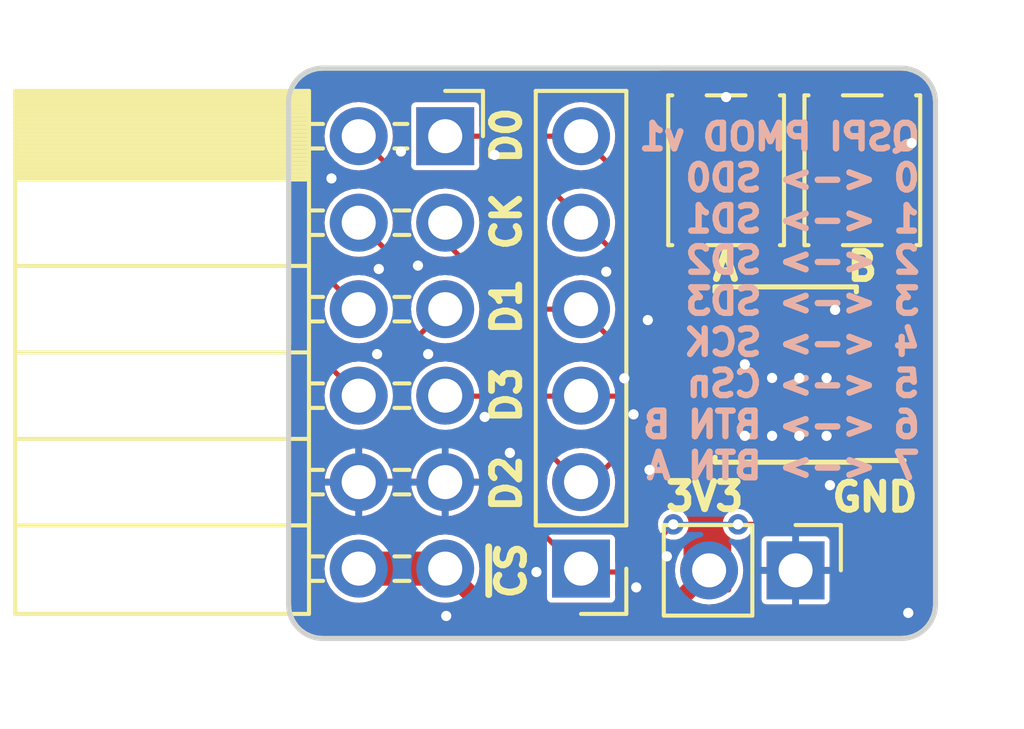
<source format=kicad_pcb>
(kicad_pcb (version 20221018) (generator pcbnew)
  (layers (0 "F.Cu" signal) (31 "B.Cu" signal) (34 "B.Paste" user) (35 "F.Paste" user) (36 "B.SilkS" user "B.Silkscreen") (37 "F.SilkS" user "F.Silkscreen") (38 "B.Mask" user) (39 "F.Mask" user) (44 "Edge.Cuts" user))
  (net 0 "")
  (net 1 "+3V3")
  (net 2 "GND")
  (net 3 "/SD0")
  (net 4 "/SCK")
  (net 5 "/SD1")
  (net 6 "/~{CS}")
  (net 7 "/SD2")
  (net 8 "/BUTTON_B")
  (net 9 "/SD3")
  (net 10 "/BUTTON_A")
  (footprint "Connector_PinSocket_2.54mm:PinSocket_2x06_P2.54mm_Horizontal" (layer "F.Cu") (at 115 92)
    (fp_text reference "J1" hide)
    (fp_text value "2.54mm_2x06")
    (fp_line (start -12.63 -1.33) (end -12.63 14.03) (stroke (width 0.12)) (layer "F.SilkS"))
    (fp_line (start -12.63 -1.33) (end -4 -1.33) (stroke (width 0.12)) (layer "F.SilkS"))
    (fp_line (start -12.63 -1.21) (end -4 -1.21) (stroke (width 0.12)) (layer "F.SilkS"))
    (fp_line (start -12.63 -1.091905) (end -4 -1.091905) (stroke (width 0.12)) (layer "F.SilkS"))
    (fp_line (start -12.63 -0.97381) (end -4 -0.97381) (stroke (width 0.12)) (layer "F.SilkS"))
    (fp_line (start -12.63 -0.855715) (end -4 -0.855715) (stroke (width 0.12)) (layer "F.SilkS"))
    (fp_line (start -12.63 -0.73762) (end -4 -0.73762) (stroke (width 0.12)) (layer "F.SilkS"))
    (fp_line (start -12.63 -0.619525) (end -4 -0.619525) (stroke (width 0.12)) (layer "F.SilkS"))
    (fp_line (start -12.63 -0.50143) (end -4 -0.50143) (stroke (width 0.12)) (layer "F.SilkS"))
    (fp_line (start -12.63 -0.383335) (end -4 -0.383335) (stroke (width 0.12)) (layer "F.SilkS"))
    (fp_line (start -12.63 -0.26524) (end -4 -0.26524) (stroke (width 0.12)) (layer "F.SilkS"))
    (fp_line (start -12.63 -0.147145) (end -4 -0.147145) (stroke (width 0.12)) (layer "F.SilkS"))
    (fp_line (start -12.63 -0.02905) (end -4 -0.02905) (stroke (width 0.12)) (layer "F.SilkS"))
    (fp_line (start -12.63 0.089045) (end -4 0.089045) (stroke (width 0.12)) (layer "F.SilkS"))
    (fp_line (start -12.63 0.20714) (end -4 0.20714) (stroke (width 0.12)) (layer "F.SilkS"))
    (fp_line (start -12.63 0.325235) (end -4 0.325235) (stroke (width 0.12)) (layer "F.SilkS"))
    (fp_line (start -12.63 0.44333) (end -4 0.44333) (stroke (width 0.12)) (layer "F.SilkS"))
    (fp_line (start -12.63 0.561425) (end -4 0.561425) (stroke (width 0.12)) (layer "F.SilkS"))
    (fp_line (start -12.63 0.67952) (end -4 0.67952) (stroke (width 0.12)) (layer "F.SilkS"))
    (fp_line (start -12.63 0.797615) (end -4 0.797615) (stroke (width 0.12)) (layer "F.SilkS"))
    (fp_line (start -12.63 0.91571) (end -4 0.91571) (stroke (width 0.12)) (layer "F.SilkS"))
    (fp_line (start -12.63 1.033805) (end -4 1.033805) (stroke (width 0.12)) (layer "F.SilkS"))
    (fp_line (start -12.63 1.1519) (end -4 1.1519) (stroke (width 0.12)) (layer "F.SilkS"))
    (fp_line (start -12.63 1.27) (end -4 1.27) (stroke (width 0.12)) (layer "F.SilkS"))
    (fp_line (start -12.63 3.81) (end -4 3.81) (stroke (width 0.12)) (layer "F.SilkS"))
    (fp_line (start -12.63 6.35) (end -4 6.35) (stroke (width 0.12)) (layer "F.SilkS"))
    (fp_line (start -12.63 8.89) (end -4 8.89) (stroke (width 0.12)) (layer "F.SilkS"))
    (fp_line (start -12.63 11.43) (end -4 11.43) (stroke (width 0.12)) (layer "F.SilkS"))
    (fp_line (start -12.63 14.03) (end -4 14.03) (stroke (width 0.12)) (layer "F.SilkS"))
    (fp_line (start -4 -1.33) (end -4 14.03) (stroke (width 0.12)) (layer "F.SilkS"))
    (fp_line (start -4 -0.36) (end -3.59 -0.36) (stroke (width 0.12)) (layer "F.SilkS"))
    (fp_line (start -4 0.36) (end -3.59 0.36) (stroke (width 0.12)) (layer "F.SilkS"))
    (fp_line (start -4 2.18) (end -3.59 2.18) (stroke (width 0.12)) (layer "F.SilkS"))
    (fp_line (start -4 2.9) (end -3.59 2.9) (stroke (width 0.12)) (layer "F.SilkS"))
    (fp_line (start -4 4.72) (end -3.59 4.72) (stroke (width 0.12)) (layer "F.SilkS"))
    (fp_line (start -4 5.44) (end -3.59 5.44) (stroke (width 0.12)) (layer "F.SilkS"))
    (fp_line (start -4 7.26) (end -3.59 7.26) (stroke (width 0.12)) (layer "F.SilkS"))
    (fp_line (start -4 7.98) (end -3.59 7.98) (stroke (width 0.12)) (layer "F.SilkS"))
    (fp_line (start -4 9.8) (end -3.59 9.8) (stroke (width 0.12)) (layer "F.SilkS"))
    (fp_line (start -4 10.52) (end -3.59 10.52) (stroke (width 0.12)) (layer "F.SilkS"))
    (fp_line (start -4 12.34) (end -3.59 12.34) (stroke (width 0.12)) (layer "F.SilkS"))
    (fp_line (start -4 13.06) (end -3.59 13.06) (stroke (width 0.12)) (layer "F.SilkS"))
    (fp_line (start -1.49 -0.36) (end -1.11 -0.36) (stroke (width 0.12)) (layer "F.SilkS"))
    (fp_line (start -1.49 0.36) (end -1.11 0.36) (stroke (width 0.12)) (layer "F.SilkS"))
    (fp_line (start -1.49 2.18) (end -1.05 2.18) (stroke (width 0.12)) (layer "F.SilkS"))
    (fp_line (start -1.49 2.9) (end -1.05 2.9) (stroke (width 0.12)) (layer "F.SilkS"))
    (fp_line (start -1.49 4.72) (end -1.05 4.72) (stroke (width 0.12)) (layer "F.SilkS"))
    (fp_line (start -1.49 5.44) (end -1.05 5.44) (stroke (width 0.12)) (layer "F.SilkS"))
    (fp_line (start -1.49 7.26) (end -1.05 7.26) (stroke (width 0.12)) (layer "F.SilkS"))
    (fp_line (start -1.49 7.98) (end -1.05 7.98) (stroke (width 0.12)) (layer "F.SilkS"))
    (fp_line (start -1.49 9.8) (end -1.05 9.8) (stroke (width 0.12)) (layer "F.SilkS"))
    (fp_line (start -1.49 10.52) (end -1.05 10.52) (stroke (width 0.12)) (layer "F.SilkS"))
    (fp_line (start -1.49 12.34) (end -1.05 12.34) (stroke (width 0.12)) (layer "F.SilkS"))
    (fp_line (start -1.49 13.06) (end -1.05 13.06) (stroke (width 0.12)) (layer "F.SilkS"))
    (fp_line (start 0 -1.33) (end 1.11 -1.33) (stroke (width 0.12)) (layer "F.SilkS"))
    (fp_line (start 1.11 -1.33) (end 1.11 0) (stroke (width 0.12)) (layer "F.SilkS"))
    (pad "1" thru_hole rect (at 0 0) (size 1.7 1.7) (drill 1) (layers "*.Cu" "*.Mask") (net 3 "/SD0"))
    (pad "2" thru_hole oval (at -2.54 0) (size 1.7 1.7) (drill 1) (layers "*.Cu" "*.Mask") (net 4 "/SCK"))
    (pad "3" thru_hole oval (at 0 2.54) (size 1.7 1.7) (drill 1) (layers "*.Cu" "*.Mask") (net 5 "/SD1"))
    (pad "4" thru_hole oval (at -2.54 2.54) (size 1.7 1.7) (drill 1) (layers "*.Cu" "*.Mask") (net 6 "/~{CS}"))
    (pad "5" thru_hole oval (at 0 5.08) (size 1.7 1.7) (drill 1) (layers "*.Cu" "*.Mask") (net 7 "/SD2"))
    (pad "6" thru_hole oval (at -2.54 5.08) (size 1.7 1.7) (drill 1) (layers "*.Cu" "*.Mask") (net 8 "/BUTTON_B"))
    (pad "7" thru_hole oval (at 0 7.62) (size 1.7 1.7) (drill 1) (layers "*.Cu" "*.Mask") (net 9 "/SD3"))
    (pad "8" thru_hole oval (at -2.54 7.62) (size 1.7 1.7) (drill 1) (layers "*.Cu" "*.Mask") (net 10 "/BUTTON_A"))
    (pad "9" thru_hole oval (at 0 10.16) (size 1.7 1.7) (drill 1) (layers "*.Cu" "*.Mask") (net 2 "GND"))
    (pad "10" thru_hole oval (at -2.54 10.16) (size 1.7 1.7) (drill 1) (layers "*.Cu" "*.Mask") (net 2 "GND"))
    (pad "11" thru_hole oval (at 0 12.7) (size 1.7 1.7) (drill 1) (layers "*.Cu" "*.Mask") (net 1 "+3V3"))
    (pad "12" thru_hole oval (at -2.54 12.7) (size 1.7 1.7) (drill 1) (layers "*.Cu" "*.Mask") (net 1 "+3V3"))
  )
  (footprint "Connector_PinHeader_2.54mm:PinHeader_1x02_P2.54mm_Vertical" (layer "F.Cu") (at 125.29 104.75 -90)
    (fp_text reference "J3" hide)
    (fp_text value "Conn_01x02")
    (fp_line (start -1.33 -1.33) (end 0 -1.33) (stroke (width 0.12)) (layer "F.SilkS"))
    (fp_line (start -1.33 0) (end -1.33 -1.33) (stroke (width 0.12)) (layer "F.SilkS"))
    (fp_line (start -1.33 1.27) (end -1.33 3.87) (stroke (width 0.12)) (layer "F.SilkS"))
    (fp_line (start -1.33 1.27) (end 1.33 1.27) (stroke (width 0.12)) (layer "F.SilkS"))
    (fp_line (start -1.33 3.87) (end 1.33 3.87) (stroke (width 0.12)) (layer "F.SilkS"))
    (fp_line (start 1.33 1.27) (end 1.33 3.87) (stroke (width 0.12)) (layer "F.SilkS"))
    (pad "1" thru_hole rect (at 0 0 270) (size 1.7 1.7) (drill 1) (layers "*.Cu" "*.Mask") (net 2 "GND"))
    (pad "2" thru_hole oval (at 0 2.54 270) (size 1.7 1.7) (drill 1) (layers "*.Cu" "*.Mask") (net 1 "+3V3"))
  )
  (footprint "picodvi:SW_SPST_PTS815" (layer "F.Cu") (at 123.25 93 90)
    (fp_text reference "SW1" hide)
    (fp_text value "SW_Push")
    (fp_line (start -2.2 -1.7) (end -2.2 -1.58) (stroke (width 0.12)) (layer "F.SilkS"))
    (fp_line (start -2.2 -0.57) (end -2.2 0.57) (stroke (width 0.12)) (layer "F.SilkS"))
    (fp_line (start -2.2 1.58) (end -2.2 1.7) (stroke (width 0.12)) (layer "F.SilkS"))
    (fp_line (start -2.2 1.7) (end 2.2 1.7) (stroke (width 0.12)) (layer "F.SilkS"))
    (fp_line (start 2.2 -1.7) (end -2.2 -1.7) (stroke (width 0.12)) (layer "F.SilkS"))
    (fp_line (start 2.2 -1.58) (end 2.2 -1.7) (stroke (width 0.12)) (layer "F.SilkS"))
    (fp_line (start 2.2 0.57) (end 2.2 -0.57) (stroke (width 0.12)) (layer "F.SilkS"))
    (fp_line (start 2.2 1.7) (end 2.2 1.58) (stroke (width 0.12)) (layer "F.SilkS"))
    (pad "" smd rect (at -2.075 -1.075 90) (size 1.05 0.65) (layers "F.Cu" "F.Paste" "F.Mask"))
    (pad "1" smd rect (at 2.075 -1.075 90) (size 1.05 0.65) (layers "F.Cu" "F.Paste" "F.Mask") (net 10 "/BUTTON_A"))
    (pad "2" smd rect (at -2.075 1.075 90) (size 1.05 0.65) (layers "F.Cu" "F.Paste" "F.Mask") (net 2 "GND"))
    (pad "2" smd rect (at 2.075 1.075 90) (size 1.05 0.65) (layers "F.Cu" "F.Paste" "F.Mask") (net 2 "GND"))
  )
  (footprint "picodvi:SW_SPST_PTS815" (layer "F.Cu") (at 127.25 93 90)
    (fp_text reference "SW2" hide)
    (fp_text value "SW_Push")
    (fp_line (start -2.2 -1.7) (end -2.2 -1.58) (stroke (width 0.12)) (layer "F.SilkS"))
    (fp_line (start -2.2 -0.57) (end -2.2 0.57) (stroke (width 0.12)) (layer "F.SilkS"))
    (fp_line (start -2.2 1.58) (end -2.2 1.7) (stroke (width 0.12)) (layer "F.SilkS"))
    (fp_line (start -2.2 1.7) (end 2.2 1.7) (stroke (width 0.12)) (layer "F.SilkS"))
    (fp_line (start 2.2 -1.7) (end -2.2 -1.7) (stroke (width 0.12)) (layer "F.SilkS"))
    (fp_line (start 2.2 -1.58) (end 2.2 -1.7) (stroke (width 0.12)) (layer "F.SilkS"))
    (fp_line (start 2.2 0.57) (end 2.2 -0.57) (stroke (width 0.12)) (layer "F.SilkS"))
    (fp_line (start 2.2 1.7) (end 2.2 1.58) (stroke (width 0.12)) (layer "F.SilkS"))
    (pad "" smd rect (at -2.075 -1.075 90) (size 1.05 0.65) (layers "F.Cu" "F.Paste" "F.Mask"))
    (pad "1" smd rect (at 2.075 -1.075 90) (size 1.05 0.65) (layers "F.Cu" "F.Paste" "F.Mask") (net 8 "/BUTTON_B"))
    (pad "2" smd rect (at -2.075 1.075 90) (size 1.05 0.65) (layers "F.Cu" "F.Paste" "F.Mask") (net 2 "GND"))
    (pad "2" smd rect (at 2.075 1.075 90) (size 1.05 0.65) (layers "F.Cu" "F.Paste" "F.Mask") (net 2 "GND"))
  )
  (footprint "Package_SO:SOIC-8_3.9x4.9mm_P1.27mm" (layer "F.Cu") (at 125 99 180)
    (fp_text reference "U1" hide)
    (fp_text value "LY68L6400")
    (fp_line (start -2.075 -2.575) (end -2.075 -2.525) (stroke (width 0.15)) (layer "F.SilkS"))
    (fp_line (start -2.075 -2.575) (end 2.075 -2.575) (stroke (width 0.15)) (layer "F.SilkS"))
    (fp_line (start -2.075 -2.525) (end -3.475 -2.525) (stroke (width 0.15)) (layer "F.SilkS"))
    (fp_line (start -2.075 2.575) (end -2.075 2.43) (stroke (width 0.15)) (layer "F.SilkS"))
    (fp_line (start -2.075 2.575) (end 2.075 2.575) (stroke (width 0.15)) (layer "F.SilkS"))
    (fp_line (start 2.075 -2.575) (end 2.075 -2.43) (stroke (width 0.15)) (layer "F.SilkS"))
    (fp_line (start 2.075 2.575) (end 2.075 2.43) (stroke (width 0.15)) (layer "F.SilkS"))
    (pad "1" smd rect (at -2.7 -1.905 180) (size 1.55 0.6) (layers "F.Cu" "F.Paste" "F.Mask") (net 6 "/~{CS}"))
    (pad "2" smd rect (at -2.7 -0.635 180) (size 1.55 0.6) (layers "F.Cu" "F.Paste" "F.Mask") (net 5 "/SD1"))
    (pad "3" smd rect (at -2.7 0.635 180) (size 1.55 0.6) (layers "F.Cu" "F.Paste" "F.Mask") (net 7 "/SD2"))
    (pad "4" smd rect (at -2.7 1.905 180) (size 1.55 0.6) (layers "F.Cu" "F.Paste" "F.Mask") (net 2 "GND"))
    (pad "5" smd rect (at 2.7 1.905 180) (size 1.55 0.6) (layers "F.Cu" "F.Paste" "F.Mask") (net 3 "/SD0"))
    (pad "6" smd rect (at 2.7 0.635 180) (size 1.55 0.6) (layers "F.Cu" "F.Paste" "F.Mask") (net 4 "/SCK"))
    (pad "7" smd rect (at 2.7 -0.635 180) (size 1.55 0.6) (layers "F.Cu" "F.Paste" "F.Mask") (net 9 "/SD3"))
    (pad "8" smd rect (at 2.7 -1.905 180) (size 1.55 0.6) (layers "F.Cu" "F.Paste" "F.Mask") (net 1 "+3V3"))
  )
  (footprint "Capacitor_SMD:C_0402_1005Metric" (layer "F.Cu") (at 125 102.25)
    (fp_text reference "C1" hide)
    (fp_text value "100n")
    (pad "1" smd roundrect (at -0.485 0) (size 0.59 0.64) (layers "F.Cu" "F.Paste" "F.Mask") (net 1 "+3V3"))
    (pad "2" smd roundrect (at 0.485 0) (size 0.59 0.64) (layers "F.Cu" "F.Paste" "F.Mask") (net 2 "GND"))
  )
  (footprint "Connector_PinHeader_2.54mm:PinHeader_1x06_P2.54mm_Vertical" (layer "F.Cu") (at 118.99 104.7 180)
    (fp_text reference "J2" hide)
    (fp_text value "Conn_01x06")
    (fp_line (start -1.33 -1.33) (end 0 -1.33) (stroke (width 0.12)) (layer "F.SilkS"))
    (fp_line (start -1.33 0) (end -1.33 -1.33) (stroke (width 0.12)) (layer "F.SilkS"))
    (fp_line (start -1.33 1.27) (end -1.33 14.03) (stroke (width 0.12)) (layer "F.SilkS"))
    (fp_line (start -1.33 1.27) (end 1.33 1.27) (stroke (width 0.12)) (layer "F.SilkS"))
    (fp_line (start -1.33 14.03) (end 1.33 14.03) (stroke (width 0.12)) (layer "F.SilkS"))
    (fp_line (start 1.33 1.27) (end 1.33 14.03) (stroke (width 0.12)) (layer "F.SilkS"))
    (pad "1" thru_hole rect (at 0 0 180) (size 1.7 1.7) (drill 1) (layers "*.Cu" "*.Mask") (net 6 "/~{CS}"))
    (pad "2" thru_hole oval (at 0 2.54 180) (size 1.7 1.7) (drill 1) (layers "*.Cu" "*.Mask") (net 7 "/SD2"))
    (pad "3" thru_hole oval (at 0 5.08 180) (size 1.7 1.7) (drill 1) (layers "*.Cu" "*.Mask") (net 9 "/SD3"))
    (pad "4" thru_hole oval (at 0 7.62 180) (size 1.7 1.7) (drill 1) (layers "*.Cu" "*.Mask") (net 5 "/SD1"))
    (pad "5" thru_hole oval (at 0 10.16 180) (size 1.7 1.7) (drill 1) (layers "*.Cu" "*.Mask") (net 4 "/SCK"))
    (pad "6" thru_hole oval (at 0 12.7 180) (size 1.7 1.7) (drill 1) (layers "*.Cu" "*.Mask") (net 3 "/SD0"))
  )
  (gr_arc (start 128.4 90) (mid 129.107107 90.292893) (end 129.4 91) (stroke (width 0.15)) (layer "Edge.Cuts"))
  (gr_line (start 129.4 91) (end 129.4 105.75) (stroke (width 0.15)) (layer "Edge.Cuts"))
  (gr_arc (start 129.4 105.75) (mid 129.107107 106.457107) (end 128.4 106.75) (stroke (width 0.15)) (layer "Edge.Cuts"))
  (gr_line (start 111.4 90) (end 128.4 90) (stroke (width 0.15)) (layer "Edge.Cuts"))
  (gr_line (start 128.4 106.75) (end 111.4 106.75) (stroke (width 0.15)) (layer "Edge.Cuts"))
  (gr_line (start 110.4 105.75) (end 110.4 91) (stroke (width 0.15)) (layer "Edge.Cuts"))
  (gr_arc (start 111.4 106.75) (mid 110.692893 106.457107) (end 110.4 105.75) (stroke (width 0.15)) (layer "Edge.Cuts"))
  (gr_arc (start 110.4 91) (mid 110.692893 90.292893) (end 111.4 90) (stroke (width 0.15)) (layer "Edge.Cuts"))
  (gr_text "QSPI PMOD v1\n0 <-> SD0\n1 <-> SD1\n2 <-> SD2\n3 <-> SD3\n4 <-> SCK\n5 <-> CSn\n6 <-> BTN B\n7 <-> BTN A" (at 129.03 96.85) (layer "B.SilkS") (effects (font (size 0.75 0.75) (thickness 0.1875)) (justify left mirror)))
  (gr_text "D2\n" (at 116.8 102.2 90) (layer "F.SilkS") (effects (font (size 0.8 0.8) (thickness 0.2))))
  (gr_text "D3" (at 116.8 99.6 90) (layer "F.SilkS") (effects (font (size 0.8 0.8) (thickness 0.2))))
  (gr_text "D1\n" (at 116.8 97 90) (layer "F.SilkS") (effects (font (size 0.8 0.8) (thickness 0.2))))
  (gr_text "CK" (at 116.8 94.5 90) (layer "F.SilkS") (effects (font (size 0.8 0.8) (thickness 0.2))))
  (gr_text "D0" (at 116.8 91.98 90) (layer "F.SilkS") (effects (font (size 0.8 0.8) (thickness 0.2))))
  (gr_text "3V3" (at 122.62 102.58) (layer "F.SilkS") (effects (font (size 0.8 0.8) (thickness 0.2))))
  (gr_text "GND\n" (at 127.62 102.6) (layer "F.SilkS") (effects (font (size 0.8 0.8) (thickness 0.2))))
  (gr_text "A\n" (at 123.23 95.82) (layer "F.SilkS") (effects (font (size 0.8 0.8) (thickness 0.2))))
  (gr_text "B" (at 127.25 95.82) (layer "F.SilkS") (effects (font (size 0.8 0.8) (thickness 0.2))))
  (gr_text "~{CS}" (at 116.94 104.76 90) (layer "F.SilkS") (effects (font (size 0.8 0.8) (thickness 0.2))))
  (segment (start 121.900001 105.599999) (end 122.75 104.75) (width 0.5) (layer "F.Cu") (net 1))
  (segment (start 112.46 104.7) (end 115 104.7) (width 1) (layer "F.Cu") (net 1))
  (segment (start 124.180832 101.915832) (end 124.515 102.25) (width 0.15) (layer "F.Cu") (net 1))
  (segment (start 122.3 100.905) (end 123.105 100.905) (width 0.15) (layer "F.Cu") (net 1))
  (segment (start 115 104.7) (end 116.25 105.95) (width 0.5) (layer "F.Cu") (net 1))
  (segment (start 116.25 105.95) (end 121.55 105.95) (width 0.5) (layer "F.Cu") (net 1))
  (segment (start 124.115832 101.915832) (end 124.180832 101.915832) (width 0.15) (layer "F.Cu") (net 1))
  (segment (start 121.55 105.95) (end 121.900001 105.599999) (width 0.5) (layer "F.Cu") (net 1))
  (segment (start 123.105 100.905) (end 124.115832 101.915832) (width 0.15) (layer "F.Cu") (net 1))
  (via (at 125.4 100.8) (size 0.6) (drill 0.3) (layers "F.Cu" "B.Cu") (net 2))
  (via (at 126.2 100.8) (size 0.6) (drill 0.3) (layers "F.Cu" "B.Cu") (net 2))
  (via (at 126.2 99.1) (size 0.6) (drill 0.3) (layers "F.Cu" "B.Cu") (net 2))
  (via (at 125.4 99.1) (size 0.6) (drill 0.3) (layers "F.Cu" "B.Cu") (net 2))
  (via (at 124.6 99.1) (size 0.6) (drill 0.3) (layers "F.Cu" "B.Cu") (net 2))
  (via (at 123.8 98.7) (size 0.6) (drill 0.3) (layers "F.Cu" "B.Cu") (net 2))
  (via (at 121 101.8) (size 0.6) (drill 0.3) (layers "F.Cu" "B.Cu") (net 2))
  (via (at 116.9 101.3) (size 0.6) (drill 0.3) (layers "F.Cu" "B.Cu") (net 2))
  (via (at 114.5 98.4) (size 0.6) (drill 0.3) (layers "F.Cu" "B.Cu") (net 2))
  (via (at 114.2 95.8) (size 0.6) (drill 0.3) (layers "F.Cu" "B.Cu") (net 2))
  (via (at 128.7 92.2) (size 0.6) (drill 0.3) (layers "F.Cu" "B.Cu") (net 2))
  (via (at 128.6 106) (size 0.6) (drill 0.3) (layers "F.Cu" "B.Cu") (net 2))
  (via (at 117.68 104.8) (size 0.6) (drill 0.3) (layers "F.Cu" "B.Cu") (net 2))
  (via (at 113 98.4) (size 0.6) (drill 0.3) (layers "F.Cu" "B.Cu") (net 2))
  (via (at 113.05 95.9) (size 0.6) (drill 0.3) (layers "F.Cu" "B.Cu") (net 2))
  (via (at 124.6 100.8) (size 0.6) (drill 0.3) (layers "F.Cu" "B.Cu") (net 2))
  (via (at 116.45 92.55) (size 0.6) (drill 0.3) (layers "F.Cu" "B.Cu") (net 2))
  (via (at 120.95 97.4) (size 0.6) (drill 0.3) (layers "F.Cu" "B.Cu") (net 2))
  (via (at 113.7 92.45) (size 0.6) (drill 0.3) (layers "F.Cu" "B.Cu") (net 2))
  (via (at 123.25 90.85) (size 0.6) (drill 0.3) (layers "F.Cu" "B.Cu") (net 2))
  (via (at 126.45 97.1) (size 0.6) (drill 0.3) (layers "F.Cu" "B.Cu") (net 2))
  (via (at 126.3 102.25) (size 0.6) (drill 0.3) (layers "F.Cu" "B.Cu") (net 2))
  (via (at 119.73 95.98) (size 0.6) (drill 0.3) (layers "F.Cu" "B.Cu") (net 2))
  (via (at 115.03 106.09) (size 0.6) (drill 0.3) (layers "F.Cu" "B.Cu") (net 2))
  (via (at 121.51 104.34) (size 0.6) (drill 0.3) (layers "F.Cu" "B.Cu") (net 2))
  (via (at 120.61 105.25) (size 0.6) (drill 0.3) (layers "F.Cu" "B.Cu") (net 2))
  (via (at 120.26 99.10999) (size 0.6) (drill 0.3) (layers "F.Cu" "B.Cu") (net 2))
  (via (at 123.8 100.8) (size 0.6) (drill 0.3) (layers "F.Cu" "B.Cu") (net 2))
  (via (at 120.53 100.17) (size 0.6) (drill 0.3) (layers "F.Cu" "B.Cu") (net 2))
  (via (at 111.66 93.24) (size 0.6) (drill 0.3) (layers "F.Cu" "B.Cu") (net 2))
  (via (at 116.16 100.244999) (size 0.6) (drill 0.3) (layers "F.Cu" "B.Cu") (net 2))
  (segment (start 121 96.5) (end 121.595 97.095) (width 0.15) (layer "F.Cu") (net 3))
  (segment (start 118.9 92) (end 119 92.1) (width 0.15) (layer "F.Cu") (net 3))
  (segment (start 119 92.1) (end 119.09 92.1) (width 0.15) (layer "F.Cu") (net 3))
  (segment (start 121 94.01) (end 121 96.5) (width 0.15) (layer "F.Cu") (net 3))
  (segment (start 119.09 92.1) (end 121 94.01) (width 0.15) (layer "F.Cu") (net 3))
  (segment (start 115 92) (end 118.9 92) (width 0.15) (layer "F.Cu") (net 3))
  (segment (start 121.595 97.095) (end 122.3 97.095) (width 0.15) (layer "F.Cu") (net 3))
  (segment (start 117.625001 93.075001) (end 120.3 95.75) (width 0.15) (layer "F.Cu") (net 4))
  (segment (start 120.3 95.75) (end 120.3 97.515722) (width 0.15) (layer "F.Cu") (net 4))
  (segment (start 113.535001 93.075001) (end 117.625001 93.075001) (width 0.15) (layer "F.Cu") (net 4))
  (segment (start 121.149278 98.365) (end 121.375 98.365) (width 0.15) (layer "F.Cu") (net 4))
  (segment (start 121.375 98.365) (end 122.3 98.365) (width 0.15) (layer "F.Cu") (net 4))
  (segment (start 120.3 97.515722) (end 121.149278 98.365) (width 0.15) (layer "F.Cu") (net 4))
  (segment (start 112.46 92) (end 113.535001 93.075001) (width 0.15) (layer "F.Cu") (net 4))
  (segment (start 117.02 97.08) (end 118.9 97.08) (width 0.15) (layer "F.Cu") (net 5))
  (segment (start 120.91 99) (end 123.3 99) (width 0.15) (layer "F.Cu") (net 5))
  (segment (start 115 95.1) (end 117 97.1) (width 0.15) (layer "F.Cu") (net 5))
  (segment (start 123.3 99) (end 123.935 99.635) (width 0.15) (layer "F.Cu") (net 5))
  (segment (start 123.935 99.635) (end 127.7 99.635) (width 0.15) (layer "F.Cu") (net 5))
  (segment (start 115 94.54) (end 115 95.1) (width 0.15) (layer "F.Cu") (net 5))
  (segment (start 119.09 97.18) (end 120.91 99) (width 0.15) (layer "F.Cu") (net 5))
  (segment (start 119 97.18) (end 119.09 97.18) (width 0.15) (layer "F.Cu") (net 5))
  (segment (start 118.9 97.08) (end 119 97.18) (width 0.15) (layer "F.Cu") (net 5))
  (segment (start 117 97.1) (end 117.02 97.08) (width 0.15) (layer "F.Cu") (net 5))
  (segment (start 117 102.8) (end 119 104.8) (width 0.15) (layer "F.Cu") (net 6))
  (segment (start 127.7 102.1) (end 127.7 100.905) (width 0.15) (layer "F.Cu") (net 6))
  (segment (start 114.434739 101.07002) (end 115.87002 101.07002) (width 0.15) (layer "F.Cu") (net 6))
  (segment (start 117 102.2) (end 117 102.8) (width 0.15) (layer "F.Cu") (net 6))
  (segment (start 126.4 103.4) (end 127.7 102.1) (width 0.15) (layer "F.Cu") (net 6))
  (segment (start 120.3 104.8) (end 121.400001 103.699999) (width 0.15) (layer "F.Cu") (net 6))
  (segment (start 112.46 94.54) (end 113.624988 95.704988) (width 0.15) (layer "F.Cu") (net 6))
  (segment (start 119 104.8) (end 120.3 104.8) (width 0.15) (layer "F.Cu") (net 6))
  (segment (start 115.87002 101.07002) (end 117 102.2) (width 0.15) (layer "F.Cu") (net 6))
  (segment (start 121.400001 103.699999) (end 121.7 103.4) (width 0.15) (layer "F.Cu") (net 6))
  (segment (start 113.624988 100.260269) (end 114.434739 101.07002) (width 0.15) (layer "F.Cu") (net 6))
  (segment (start 123.6 103.4) (end 126.4 103.4) (width 0.15) (layer "F.Cu") (net 6))
  (segment (start 113.624988 95.704988) (end 113.624988 100.260269) (width 0.15) (layer "F.Cu") (net 6))
  (via (at 121.7 103.4) (size 0.6) (drill 0.3) (layers "F.Cu" "B.Cu") (net 6))
  (via (at 123.6 103.4) (size 0.6) (drill 0.3) (layers "F.Cu" "B.Cu") (net 6))
  (segment (start 123.6 103.4) (end 121.7 103.4) (width 0.15) (layer "B.Cu") (net 6))
  (segment (start 119 102.26) (end 119.2 102.26) (width 0.15) (layer "F.Cu") (net 7))
  (segment (start 115 97.08) (end 113.924999 98.155001) (width 0.15) (layer "F.Cu") (net 7))
  (segment (start 128.175 98.365) (end 127.7 98.365) (width 0.15) (layer "F.Cu") (net 7))
  (segment (start 128.700001 98.890001) (end 128.175 98.365) (width 0.15) (layer "F.Cu") (net 7))
  (segment (start 113.924999 100.136001) (end 114.559007 100.770009) (width 0.15) (layer "F.Cu") (net 7))
  (segment (start 121.21 100.25) (end 128.565002 100.25) (width 0.15) (layer "F.Cu") (net 7))
  (segment (start 113.924999 98.155001) (end 113.924999 100.136001) (width 0.15) (layer "F.Cu") (net 7))
  (segment (start 119.2 102.26) (end 121.21 100.25) (width 0.15) (layer "F.Cu") (net 7))
  (segment (start 114.559007 100.770009) (end 117.510009 100.770009) (width 0.15) (layer "F.Cu") (net 7))
  (segment (start 128.565002 100.25) (end 128.700001 100.115001) (width 0.15) (layer "F.Cu") (net 7))
  (segment (start 117.510009 100.770009) (end 119 102.26) (width 0.15) (layer "F.Cu") (net 7))
  (segment (start 128.700001 100.115001) (end 128.700001 98.890001) (width 0.15) (layer "F.Cu") (net 7))
  (segment (start 111.05 95.67) (end 111.05 91.234278) (width 0.15) (layer "F.Cu") (net 8))
  (segment (start 124.949999 91.675001) (end 125.7 90.925) (width 0.15) (layer "F.Cu") (net 8))
  (segment (start 125.7 90.925) (end 126.175 90.925) (width 0.15) (layer "F.Cu") (net 8))
  (segment (start 112.46 97.08) (end 111.05 95.67) (width 0.15) (layer "F.Cu") (net 8))
  (segment (start 120.000021 90.600021) (end 121.075001 91.675001) (width 0.15) (layer "F.Cu") (net 8))
  (segment (start 111.05 91.234278) (end 111.684257 90.600021) (width 0.15) (layer "F.Cu") (net 8))
  (segment (start 111.684257 90.600021) (end 120.000021 90.600021) (width 0.15) (layer "F.Cu") (net 8))
  (segment (start 121.075001 91.675001) (end 124.949999 91.675001) (width 0.15) (layer "F.Cu") (net 8))
  (segment (start 115 99.62) (end 115.015 99.635) (width 0.15) (layer "F.Cu") (net 9))
  (segment (start 120.465 99.635) (end 122.3 99.635) (width 0.15) (layer "F.Cu") (net 9))
  (segment (start 115.015 99.635) (end 120.465 99.635) (width 0.15) (layer "F.Cu") (net 9))
  (segment (start 110.749989 91.110011) (end 111.55999 90.30001) (width 0.15) (layer "F.Cu") (net 10))
  (segment (start 112.46 99.62) (end 110.749989 97.909989) (width 0.15) (layer "F.Cu") (net 10))
  (segment (start 121.07501 90.30001) (end 121.7 90.925) (width 0.15) (layer "F.Cu") (net 10))
  (segment (start 121.7 90.925) (end 122.175 90.925) (width 0.15) (layer "F.Cu") (net 10))
  (segment (start 110.749989 97.909989) (end 110.749989 91.110011) (width 0.15) (layer "F.Cu") (net 10))
  (segment (start 111.55999 90.30001) (end 121.07501 90.30001) (width 0.15) (layer "F.Cu") (net 10))
  (zone (net 1) (net_name "+3V3") (layer "F.Cu") (priority 1) (connect_pads yes (clearance 0.15)) (min_thickness 0.15) (fill yes (thermal_gap 0.15) (thermal_bridge_width 0.2))
    (polygon (pts (xy 121.4 101.4) (xy 121.4 100.4) (xy 123 100.4) (xy 124.4 101.8) (xy 125 101.8) (xy 125 103) (xy 125 103.2) (xy 123.6 103.2) (xy 123.4 103.4) (xy 123.4 105.4) (xy 122 105.4) (xy 122 102)))
  )
  (zone (net 2) (net_name "GND") (layer "F.Cu") (connect_pads (clearance 0.15)) (min_thickness 0.15) (fill yes (thermal_gap 0.15) (thermal_bridge_width 0.2))
    (polygon (pts (xy 110 89) (xy 131 89) (xy 131 108) (xy 110 108)))
  )
  (zone (net 2) (net_name "GND") (layer "B.Cu") (connect_pads (clearance 0.15)) (min_thickness 0.15) (fill yes (thermal_gap 0.15) (thermal_bridge_width 0.2))
    (polygon (pts (xy 109 88) (xy 132 88) (xy 132 109) (xy 109 109)))
  )
)
</source>
